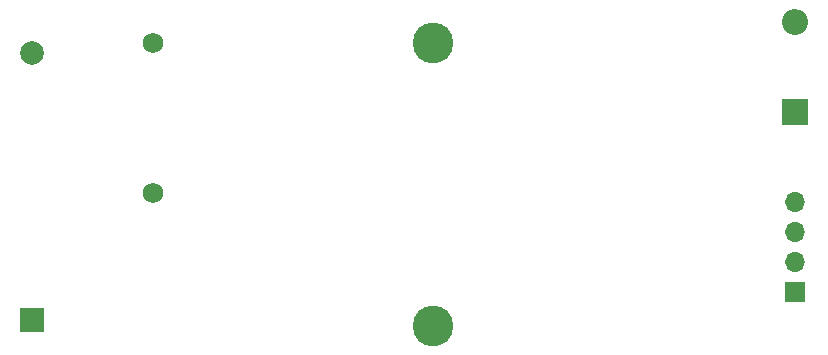
<source format=gbr>
%TF.GenerationSoftware,KiCad,Pcbnew,7.0.7*%
%TF.CreationDate,2023-11-04T17:46:21-05:00*%
%TF.ProjectId,AAA Battery Board,41414120-4261-4747-9465-727920426f61,rev?*%
%TF.SameCoordinates,Original*%
%TF.FileFunction,Soldermask,Bot*%
%TF.FilePolarity,Negative*%
%FSLAX46Y46*%
G04 Gerber Fmt 4.6, Leading zero omitted, Abs format (unit mm)*
G04 Created by KiCad (PCBNEW 7.0.7) date 2023-11-04 17:46:21*
%MOMM*%
%LPD*%
G01*
G04 APERTURE LIST*
%ADD10R,1.700000X1.700000*%
%ADD11O,1.700000X1.700000*%
%ADD12R,2.006600X2.006600*%
%ADD13C,2.006600*%
%ADD14R,2.200000X2.200000*%
%ADD15O,2.200000X2.200000*%
%ADD16C,3.450000*%
%ADD17C,1.734000*%
G04 APERTURE END LIST*
D10*
%TO.C,J1*%
X175260000Y-89027000D03*
D11*
X175260000Y-86487000D03*
X175260000Y-83947000D03*
X175260000Y-81407000D03*
%TD*%
D12*
%TO.C,F1*%
X110617000Y-91440000D03*
D13*
X110617000Y-68840000D03*
%TD*%
D14*
%TO.C,D1*%
X175260000Y-73787000D03*
D15*
X175260000Y-66167000D03*
%TD*%
D16*
%TO.C,3 x AAA (4.5V)*%
X144624000Y-91945000D03*
X144624000Y-67945000D03*
D17*
X120904000Y-80645000D03*
X120904000Y-67945000D03*
%TD*%
M02*

</source>
